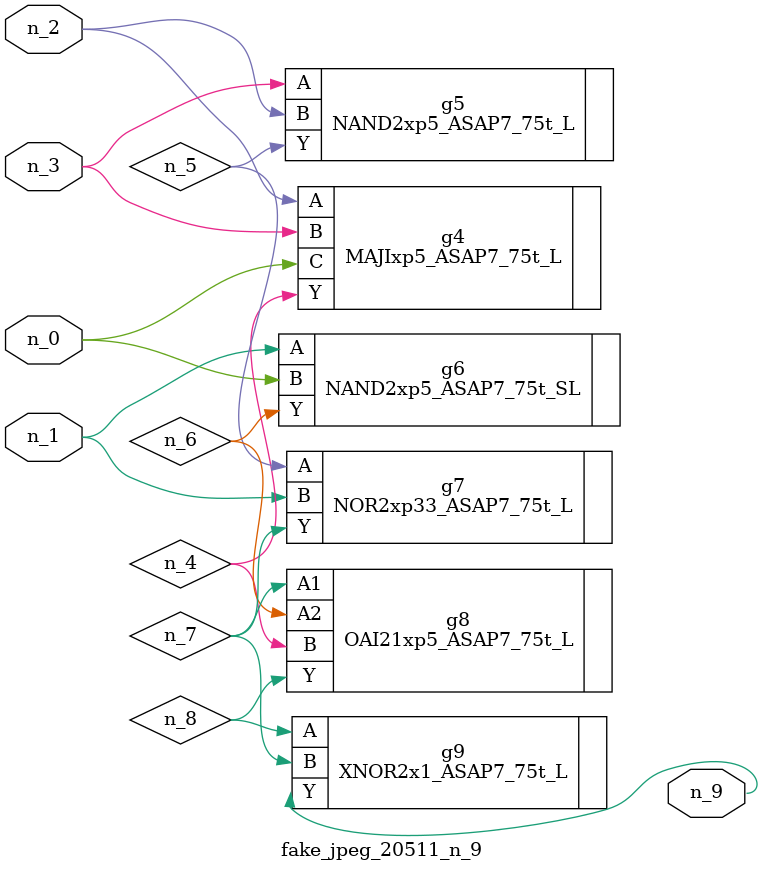
<source format=v>
module fake_jpeg_20511_n_9 (n_0, n_3, n_2, n_1, n_9);

input n_0;
input n_3;
input n_2;
input n_1;

output n_9;

wire n_4;
wire n_8;
wire n_6;
wire n_5;
wire n_7;

MAJIxp5_ASAP7_75t_L g4 ( 
.A(n_2),
.B(n_3),
.C(n_0),
.Y(n_4)
);

NAND2xp5_ASAP7_75t_L g5 ( 
.A(n_3),
.B(n_2),
.Y(n_5)
);

NAND2xp5_ASAP7_75t_SL g6 ( 
.A(n_1),
.B(n_0),
.Y(n_6)
);

NOR2xp33_ASAP7_75t_L g7 ( 
.A(n_5),
.B(n_1),
.Y(n_7)
);

OAI21xp5_ASAP7_75t_L g8 ( 
.A1(n_7),
.A2(n_6),
.B(n_4),
.Y(n_8)
);

XNOR2x1_ASAP7_75t_L g9 ( 
.A(n_8),
.B(n_7),
.Y(n_9)
);


endmodule
</source>
